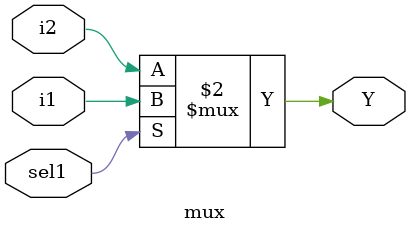
<source format=v>
module mux(input sel1, i1, i2, 
	   output reg Y);


always @(i1 or i2 or sel1) begin      

	
	Y = (sel1)? i1:i2;
	



end








endmodule

</source>
